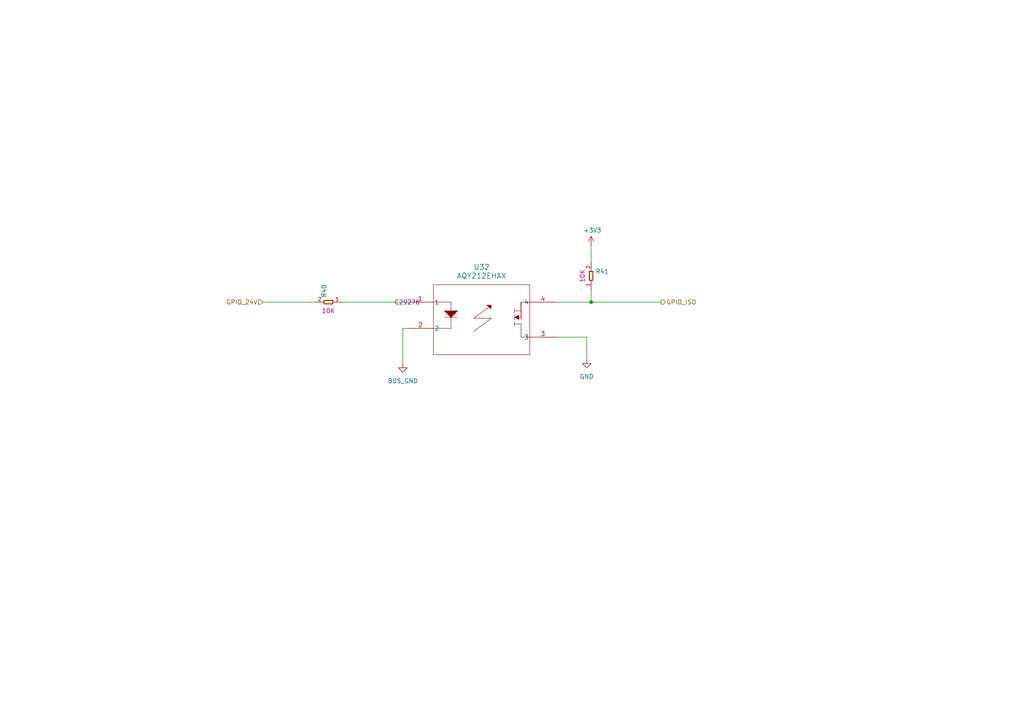
<source format=kicad_sch>
(kicad_sch (version 20231120) (generator "eeschema") (generator_version "8.0")
  (paper "A4")
  (lib_symbols
    (symbol "2024-08-23_03-07-13:AQY212EHAX" (pin_names (offset 0.254))
      (property "Reference" "U" (at 22.86 10.16 0))
      (property "Value" "AQY212EHAX" (at 22.86 17.78 0))
      (property "LCSC" "C29276" (at 0 0 0))
      (symbol "AQY212EHAX_0_1"
        (polyline (pts (xy 7.62 -15.24) (xy 35.56 -15.24)) (stroke (width 0.127)))
        (polyline (pts (xy 7.62 5.08) (xy 7.62 -15.24)) (stroke (width 0.127)))
        (polyline (pts (xy 10.795 -4.445) (xy 14.605 -4.445)) (stroke (width 0.127)))
        (polyline (pts (xy 12.7 -7.62) (xy 7.62 -7.62)) (stroke (width 0.127)))
        (polyline (pts (xy 12.7 0) (xy 7.62 0)) (stroke (width 0.127)))
        (polyline (pts (xy 12.7 0) (xy 12.7 -7.62)) (stroke (width 0.127)))
        (polyline (pts (xy 19.304 -8.509) (xy 24.384 -4.699)) (stroke (width 0.127)))
        (polyline (pts (xy 19.304 -4.699) (xy 23.876 -1.27)) (stroke (width 0.127)))
        (polyline (pts (xy 23.749 -4.699) (xy 19.304 -4.699)) (stroke (width 0.127)))
        (polyline (pts (xy 23.749 -4.699) (xy 24.384 -4.699)) (stroke (width 0.127)))
        (polyline (pts (xy 31.115 -6.35) (xy 33.02 -6.35)) (stroke (width 0.127)))
        (polyline (pts (xy 31.115 -5.715) (xy 31.115 -6.985)) (stroke (width 0.127)))
        (polyline (pts (xy 31.115 -4.445) (xy 33.02 -4.445)) (stroke (width 0.127)))
        (polyline (pts (xy 31.115 -3.81) (xy 31.115 -5.08)) (stroke (width 0.127)))
        (polyline (pts (xy 31.115 -3.175) (xy 31.115 -1.905)) (stroke (width 0.127)))
        (polyline (pts (xy 31.115 -2.54) (xy 33.02 -2.54)) (stroke (width 0.127)))
        (polyline (pts (xy 33.02 -10.16) (xy 35.56 -10.16)) (stroke (width 0.127)))
        (polyline (pts (xy 33.02 -6.35) (xy 33.02 -10.16)) (stroke (width 0.127)))
        (polyline (pts (xy 33.02 -5.08) (xy 33.02 0)) (stroke (width 0.127)))
        (polyline (pts (xy 33.02 0) (xy 33.02 -4.445)) (stroke (width 0.127)))
        (polyline (pts (xy 33.02 0) (xy 33.02 -1.27)) (stroke (width 0.127)))
        (polyline (pts (xy 35.56 -15.24) (xy 35.56 5.08)) (stroke (width 0.127)))
        (polyline (pts (xy 35.56 0) (xy 33.02 0)) (stroke (width 0.127)))
        (polyline (pts (xy 35.56 5.08) (xy 7.62 5.08)) (stroke (width 0.127)))
        (polyline (pts (xy 31.115 -4.445) (xy 32.385 -3.81) (xy 32.385 -5.08)) (fill (type outline)))
        (polyline (pts (xy 14.605 -2.54) (xy 10.795 -2.54) (xy 12.7 -4.445) (xy 14.605 -2.54)) (fill (type outline)))
        (polyline (pts (xy 24.384 -0.889) (xy 23.114 -0.889) (xy 24.257 -1.905) (xy 24.384 -0.889)) (fill (type outline)))
        (pin unspecified line (at 0 0 0) (length 7.62) (name "1") (number "1"))
        (pin unspecified line (at 0 -7.62 0) (length 7.62) (name "2") (number "2"))
        (pin unspecified line (at 43.18 -10.16 180) (length 7.62) (name "3") (number "3"))
        (pin unspecified line (at 43.18 0 180) (length 7.62) (name "4") (number "4"))
      )
    )
    (symbol "SMD-RES-10K-5_-1__0402_:SMD-RES-10K-5_-1__0402_" (pin_names (offset 1.016))
      (property "Reference" "U" (at -3.8175 1.2725 0))
      (symbol "SMD-RES-10K-5_-1__0402__0_0"
        (rectangle (start -1.27 -0.508) (end 1.27 0.508) (stroke (width 0.254)) (fill (type background)))
        (pin passive line (at -3.81 0 0) (length 2.54) (name "~") (number "1"))
        (pin passive line (at 3.81 0 180) (length 2.54) (name "~") (number "2"))
      )
    )
    (symbol "power:+3.3V" (power) (pin_numbers hide) (pin_names (offset 0) hide)
      (property "Value" "+3.3V" (at 0 3.556 0))
      (symbol "+3.3V_0_1"
        (polyline (pts (xy -0.762 1.27) (xy 0 2.54)))
        (polyline (pts (xy 0 0) (xy 0 2.54)))
        (polyline (pts (xy 0 2.54) (xy 0.762 1.27)))
      )
      (symbol "+3.3V_1_1"
        (pin power_in line (at 0 0 90) (length 0) (name "~") (number "1"))
      )
    )
    (symbol "power:GND" (power) (pin_numbers hide) (pin_names (offset 0) hide)
      (property "Value" "GND" (at 0 -3.81 0))
      (symbol "GND_0_1"
        (polyline (pts (xy 0 0) (xy 0 -1.27) (xy 1.27 -1.27) (xy 0 -2.54) (xy -1.27 -1.27) (xy 0 -1.27)))
      )
      (symbol "GND_1_1"
        (pin power_in line (at 0 0 270) (length 0) (name "~") (number "1"))
      )
    )
  )
  (junction (at 171.45 87.63))
  (wire (pts (xy 161.29 97.79) (xy 170.18 97.79)))
  (wire (pts (xy 170.18 97.79) (xy 170.18 104.14)))
  (wire (pts (xy 171.45 87.63) (xy 191.77 87.63)))
  (wire (pts (xy 118.11 95.25) (xy 116.84 95.25)))
  (wire (pts (xy 99.06 87.63) (xy 118.11 87.63)))
  (wire (pts (xy 161.29 87.63) (xy 171.45 87.63)))
  (wire (pts (xy 116.84 95.25) (xy 116.84 105.41)))
  (wire (pts (xy 76.2 87.63) (xy 91.44 87.63)))
  (wire (pts (xy 171.45 71.12) (xy 171.45 76.2)))
  (wire (pts (xy 171.45 83.82) (xy 171.45 87.63)))
  (hierarchical_label "GPIO_24V" (shape input) (at 76.2 87.63 180))
  (hierarchical_label "GPIO_ISO" (shape output) (at 191.77 87.63 0))
  (symbol (lib_id "power:+3.3V") (at 171.45 71.12 0) (unit 1)
    (property "Reference" "#PWR035" (effects (hide yes)))
    (property "Value" "+3V3" (at 171.8183 66.7956 0))
    (property "Description" "Power symbol creates a global label with name \"+3.3V\"" (effects (hide yes)))
    (instances (project "TPM-IO-BOARD" (path "" (reference "#PWR035") (unit 1)) (path "" (reference "#PWR039") (unit 1))))
  )
  (symbol (lib_id "power:GND") (at 170.18 104.14 0) (unit 1)
    (property "Reference" "#PWR036" (effects (hide yes)))
    (property "Value" "GND" (at 170.18 109.22 0))
    (property "Description" "Power symbol creates a global label with name \"GND\" , ground" (effects (hide yes)))
    (instances (project "TPM-IO-BOARD" (path "" (reference "#PWR036") (unit 1)) (path "" (reference "#PWR038") (unit 1))))
  )
  (symbol (lib_id "SMD-RES-10K-5_-1__0402_:SMD-RES-10K-5_-1__0402_") (at 95.25 87.63 180) (unit 1)
    (property "Reference" "R40" (at 93.9799 86.36 90) (effects (justify right)))
    (property "Value" "SMD-RES-10K-5_-1__0402_" (effects (hide yes)))
    (property "Footprint" "SMD-RES-10K-5_-1__0402_:R0402" (effects (hide yes)))
    (property "MPN" "RC0402JR-0710KL" (effects (hide yes)))
    (property "VALUE" "10K" (at 95.25 89.408 0) (effects (justify bottom)))
    (property "LCSC" "C319934" (effects (hide yes)))
    (instances (project "TPM-IO-BOARD" (path "" (reference "R40") (unit 1)) (path "" (reference "R34") (unit 1))))
  )
  (symbol (lib_id "2024-08-23_03-07-13:AQY212EHAX") (at 118.11 87.63 0) (unit 1)
    (property "Reference" "U32" (at 139.7 77.47 0) (effects (font (size 1.524 1.524))))
    (property "Value" "AQY212EHAX" (at 139.7 80.01 0) (effects (font (size 1.524 1.524))))
    (property "Footprint" "RELAY_AQY_SO4_EH_PAN" (effects (hide yes)))
    (property "Datasheet" "AQY212EHAX" (effects (hide yes)))
    (property "LCSC" "C29276" (at 118.11 87.63 0))
    (instances (project "TPM-IO-BOARD" (path "" (reference "U32") (unit 1)) (path "" (reference "U7") (unit 1))))
  )
  (symbol (lib_id "power:GND") (at 116.84 105.41 0) (unit 1)
    (property "Reference" "#PWR037" (effects (hide yes)))
    (property "Value" "BUS_GND" (at 116.84 110.49 0))
    (property "Description" "Power symbol creates a global label with name \"GND\" , ground" (effects (hide yes)))
    (instances (project "" (path "" (reference "#PWR037") (unit 1)) (path "" (reference "#PWR0101") (unit 1))))
  )
  (symbol (lib_id "SMD-RES-10K-5_-1__0402_:SMD-RES-10K-5_-1__0402_") (at 171.45 80.01 90) (unit 1)
    (property "Reference" "R41" (at 172.72 78.7399 90) (effects (justify right)))
    (property "Value" "SMD-RES-10K-5_-1__0402_" (effects (hide yes)))
    (property "Footprint" "SMD-RES-10K-5_-1__0402_:R0402" (effects (hide yes)))
    (property "MPN" "RC0402JR-0710KL" (effects (hide yes)))
    (property "VALUE" "10K" (at 169.672 80.01 0) (effects (justify bottom)))
    (property "LCSC" "C319934" (effects (hide yes)))
    (instances (project "TPM-IO-BOARD" (path "" (reference "R41") (unit 1)) (path "" (reference "R35") (unit 1))))
  )
)
</source>
